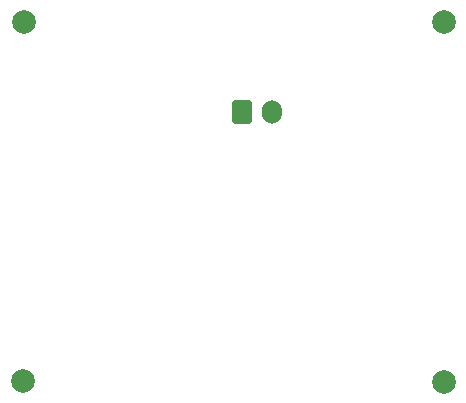
<source format=gbr>
%TF.GenerationSoftware,KiCad,Pcbnew,7.0.10*%
%TF.CreationDate,2024-01-18T11:30:15-08:00*%
%TF.ProjectId,week2,7765656b-322e-46b6-9963-61645f706362,rev?*%
%TF.SameCoordinates,Original*%
%TF.FileFunction,Soldermask,Bot*%
%TF.FilePolarity,Negative*%
%FSLAX46Y46*%
G04 Gerber Fmt 4.6, Leading zero omitted, Abs format (unit mm)*
G04 Created by KiCad (PCBNEW 7.0.10) date 2024-01-18 11:30:15*
%MOMM*%
%LPD*%
G01*
G04 APERTURE LIST*
G04 Aperture macros list*
%AMRoundRect*
0 Rectangle with rounded corners*
0 $1 Rounding radius*
0 $2 $3 $4 $5 $6 $7 $8 $9 X,Y pos of 4 corners*
0 Add a 4 corners polygon primitive as box body*
4,1,4,$2,$3,$4,$5,$6,$7,$8,$9,$2,$3,0*
0 Add four circle primitives for the rounded corners*
1,1,$1+$1,$2,$3*
1,1,$1+$1,$4,$5*
1,1,$1+$1,$6,$7*
1,1,$1+$1,$8,$9*
0 Add four rect primitives between the rounded corners*
20,1,$1+$1,$2,$3,$4,$5,0*
20,1,$1+$1,$4,$5,$6,$7,0*
20,1,$1+$1,$6,$7,$8,$9,0*
20,1,$1+$1,$8,$9,$2,$3,0*%
G04 Aperture macros list end*
%ADD10C,2.000000*%
%ADD11RoundRect,0.250000X-0.600000X-0.750000X0.600000X-0.750000X0.600000X0.750000X-0.600000X0.750000X0*%
%ADD12O,1.700000X2.000000*%
G04 APERTURE END LIST*
D10*
%TO.C,REF\u002A\u002A*%
X185420000Y-119380000D03*
%TD*%
%TO.C,REF\u002A\u002A*%
X149807335Y-119311655D03*
%TD*%
%TO.C,REF\u002A\u002A*%
X149860000Y-88900000D03*
%TD*%
%TO.C,REF\u002A\u002A*%
X185420000Y-88900000D03*
%TD*%
D11*
%TO.C,J1*%
X168367500Y-96520000D03*
D12*
X170867500Y-96520000D03*
%TD*%
M02*

</source>
